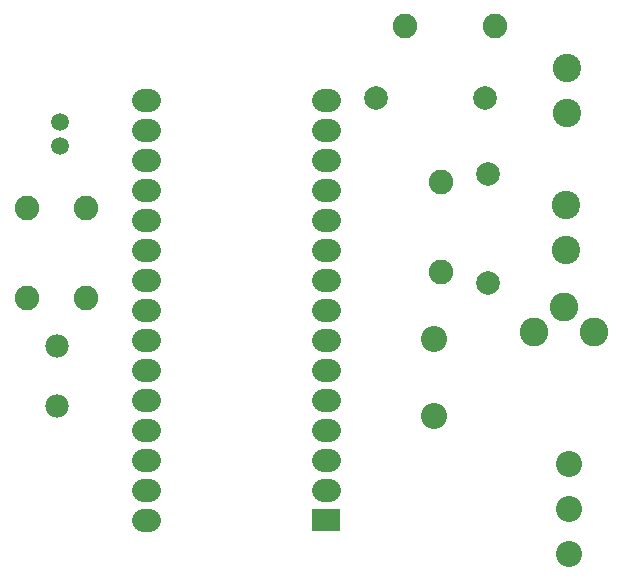
<source format=gts>
G04 Layer: TopSolderMaskLayer*
G04 EasyEDA v6.4.17, 2021-03-05T14:08:29+01:00*
G04 e79a21ba503147348f05fdbb2aa03285,d81f5713b0f84f0ea64707c539aa2fa5,10*
G04 Gerber Generator version 0.2*
G04 Scale: 100 percent, Rotated: No, Reflected: No *
G04 Dimensions in millimeters *
G04 leading zeros omitted , absolute positions ,4 integer and 5 decimal *
%FSLAX45Y45*%
%MOMM*%

%ADD24C,1.9812*%
%ADD25C,2.0828*%
%ADD26C,2.4232*%
%ADD27C,1.5032*%
%ADD28C,2.2032*%
%ADD29C,2.4032*%
%ADD30C,2.0032*%
%ADD31R,2.4892X1.9812*%

%LPD*%
D24*
X3721100Y1612900D02*
G01*
X3771900Y1612900D01*
X3721100Y1866900D02*
G01*
X3771900Y1866900D01*
X3721100Y2120900D02*
G01*
X3771900Y2120900D01*
X3721100Y2374900D02*
G01*
X3771900Y2374900D01*
X3721100Y2628900D02*
G01*
X3771900Y2628900D01*
X3721100Y2882900D02*
G01*
X3771900Y2882900D01*
X3721100Y3136900D02*
G01*
X3771900Y3136900D01*
X3721100Y3390900D02*
G01*
X3771900Y3390900D01*
X3721100Y3644900D02*
G01*
X3771900Y3644900D01*
X3721100Y3898900D02*
G01*
X3771900Y3898900D01*
X3721100Y4152900D02*
G01*
X3771900Y4152900D01*
X3721100Y4406900D02*
G01*
X3771900Y4406900D01*
X3721100Y4660900D02*
G01*
X3771900Y4660900D01*
X3721100Y4914900D02*
G01*
X3771900Y4914900D01*
X2197100Y1358900D02*
G01*
X2247900Y1358900D01*
X2197100Y1612900D02*
G01*
X2247900Y1612900D01*
X2197100Y1866900D02*
G01*
X2247900Y1866900D01*
X2197100Y2120900D02*
G01*
X2247900Y2120900D01*
X2197100Y2374900D02*
G01*
X2247900Y2374900D01*
X2197100Y2628900D02*
G01*
X2247900Y2628900D01*
X2197100Y2882900D02*
G01*
X2247900Y2882900D01*
X2197100Y3136900D02*
G01*
X2247900Y3136900D01*
X2197100Y3390900D02*
G01*
X2247900Y3390900D01*
X2197100Y3644900D02*
G01*
X2247900Y3644900D01*
X2197100Y3898900D02*
G01*
X2247900Y3898900D01*
X2197100Y4152900D02*
G01*
X2247900Y4152900D01*
X2197100Y4406900D02*
G01*
X2247900Y4406900D01*
X2197100Y4660900D02*
G01*
X2247900Y4660900D01*
X2197100Y4914900D02*
G01*
X2247900Y4914900D01*
D25*
G01*
X1714500Y3238500D03*
G01*
X1714500Y4000500D03*
G01*
X4419600Y5537200D03*
G01*
X5181600Y5537200D03*
G01*
X1219200Y3238500D03*
G01*
X1219200Y4000500D03*
G01*
X4724400Y4216400D03*
G01*
X4724400Y3454400D03*
D26*
G01*
X6019800Y2946400D03*
G01*
X5765800Y3162300D03*
G01*
X5511800Y2946400D03*
D27*
G01*
X1498605Y4722809D03*
G01*
X1498605Y4522810D03*
D28*
G01*
X4660900Y2240279D03*
G01*
X4660900Y2890520D03*
D29*
G01*
X5791200Y5181600D03*
G01*
X5791200Y4800600D03*
G01*
X5778500Y4025900D03*
G01*
X5778500Y3644900D03*
D28*
G01*
X5803900Y1828800D03*
G01*
X5803900Y1447800D03*
G01*
X5803900Y1066800D03*
D30*
G01*
X4175506Y4927600D03*
G01*
X5095493Y4927600D03*
G01*
X5118100Y4282694D03*
G01*
X5118100Y3362705D03*
D31*
G01*
X3746500Y1358900D03*
D24*
G01*
X1473200Y2324100D03*
G01*
X1473200Y2832100D03*
M02*

</source>
